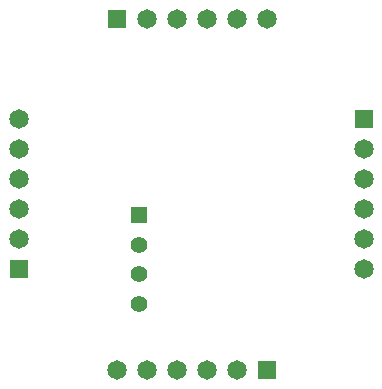
<source format=gbr>
G04*
G04 #@! TF.GenerationSoftware,Altium Limited,Altium Designer,25.8.1 (18)*
G04*
G04 Layer_Color=255*
%FSLAX25Y25*%
%MOIN*%
G70*
G04*
G04 #@! TF.SameCoordinates,8B26A7FC-FD43-4694-A22A-0022FF1C5016*
G04*
G04*
G04 #@! TF.FilePolarity,Positive*
G04*
G01*
G75*
%ADD34C,0.06496*%
%ADD35C,0.05512*%
%ADD36R,0.06496X0.06496*%
%ADD37R,0.06496X0.06496*%
%ADD38R,0.05512X0.05512*%
D34*
X398661Y373228D02*
D03*
X450787Y309842D02*
D03*
X335827Y320000D02*
D03*
X388661Y256299D02*
D03*
X408661Y373228D02*
D03*
X450787Y319843D02*
D03*
X388661Y373228D02*
D03*
X335827Y310000D02*
D03*
X398661Y256299D02*
D03*
X335827Y330000D02*
D03*
X450787Y299843D02*
D03*
X408661Y256299D02*
D03*
X378661Y373228D02*
D03*
X335827Y300000D02*
D03*
X450787Y329842D02*
D03*
X378661Y256299D02*
D03*
X368661D02*
D03*
X335827Y340000D02*
D03*
X450787Y289843D02*
D03*
X418661Y373228D02*
D03*
D35*
X375984Y288189D02*
D03*
Y278346D02*
D03*
Y298031D02*
D03*
D36*
X450787Y339843D02*
D03*
X335827Y290000D02*
D03*
D37*
X368661Y373228D02*
D03*
X418661Y256299D02*
D03*
D38*
X375984Y307874D02*
D03*
M02*

</source>
